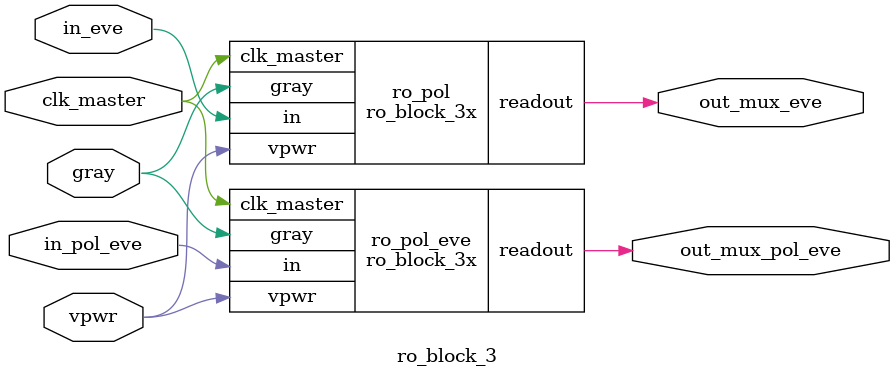
<source format=v>
`include "./../feedback/tbuf.v"
`include "./../feedback/gray_count.v"
`include "./../feedback/asyn_rst_dff.v"
`include "./../feedback/asyn_rst_dff_n.v"
`include "./../feedback/mux_2_1.v"
`include "./../feedback/buffer.v"
`timescale 1ns/1fs


module edge_ff_n(
input d,rstb,clk,
output wire out);
wire [1:0]q;
wire buff_out;
//wire rstb_inv; //rstb_inv used after passing the reset signal(clk_ext) through an inverter.
//assign rstb_inv=~rstb;
buffer bf(.in(clk),.out(buff_out));
asyn_rst_dff dff(.clk(buff_out),.d(d),.rstb(rstb),.q(q[1]));
asyn_rst_dff_n dff_n(.clk(buff_out),.d(d),.rstb(rstb),.q(q[0]));
mux_2_1 mux(.in_0(q[0]),.in_1(q[1]),.sel(clk),.out(out));
endmodule

//first_readout_block fastest data out
module ro_block_3x(
	input vpwr,
	input gray,clk_master,in, //pwr is the vdd input 
	output wire readout);	   //gray is the gray clk bits
	wire eff_out,eff_outb;			   
	assign eff_outb=~eff_out;

	edge_ff_n eff(
		.d(vpwr),		//readout is the output of the readout block.
		.rstb(clk_master), //clkdiv2 is the max frequency of the core.
		.clk(gray),
		.out(eff_out));

	tbuf tribuf(
		.in(in),
		.ctrlb(eff_outb),
		.out(readout));
endmodule

module ro_block_3(
	input vpwr,
	input gray,clk_master,
	input in_eve,in_pol_eve,
	output wire out_mux_eve,out_mux_pol_eve);
	
	ro_block_3x ro_pol(
		.vpwr(vpwr),
		.gray(gray),
		.clk_master(clk_master),
		.in(in_eve),
		.readout(out_mux_eve));

	ro_block_3x ro_pol_eve(
		.vpwr(vpwr),
		.gray(gray),
		.clk_master(clk_master),
		.in(in_pol_eve),
		.readout(out_mux_pol_eve));
endmodule





/*
//Testbench
//gc: Gray Counter
//c: Counter
//clk_ext_global: master clock
module tb_ro_block_3;						   //gc_clk is the gray counter clock
	reg vpwr,clk_master,clkdiv2,rstb,in_eve,in_pol_eve; //vpwr is the connection to d pin of eff
	wire [18:0]gc_clk;						   //clk_master is the global external clock 
	wire [1:0]read_out_iq;					   //clkdiv2 is the max core clock
	parameter PERIOD_MASTER=400;			   //read_out_iq[1]: out_mux_pol_eve
	real clk_master_half_pd=PERIOD_MASTER/2;   //read_out_iq[0]:out_mux_eve
	parameter n=3; // n is core's index.
	parameter PERIOD_CORE=400*(2**(n-1));
	real clk_core_half_pd=(PERIOD_CORE)/2;
	real comp_out_half_pd=PERIOD_CORE;//factor of 2 is multiplied here because the period of comput is double that of the core clock
	
	//module instantiation	
	gray_count gc_clock(
		.clk(clk_master), 
		.reset(rstb), 
		.gray_count(gc_clk[18:0]));

	ro_block_3 ro_block(
		.vpwr(vpwr),
		.gray(gc_clk[n-1]), //parameterize the testbench for all the readouts
		.clk_master(clk_master),
		.in_eve(in_eve),
		.in_pol_eve(in_pol_eve),
		.out_mux_eve(read_out_iq[0]),
		.out_mux_pol_eve(read_out_iq[1]));

	initial begin
	$dumpfile("ro_block_3.vcd");
	$dumpvars;
	end 

	//signal generation
	initial begin
		clk_master=0;
		forever
			#(clk_master_half_pd)clk_master = ~clk_master; //ext_clk generation freq=2.56 MHz
	end

	initial begin
		clkdiv2=0;
		//#(clk_master_half_pd) clkdiv2=1;
		forever
			#(clk_core_half_pd)clkdiv2 = ~clkdiv2; //ext_clk generation freq=2.56 MHz
	end

	//modelling in_eve(or in_pol_eve) using comp_out as it follows the same edges for its data release. 	
	always @(posedge rstb or negedge rstb or negedge clkdiv2) begin
		//in_eve=0;
			if(rstb&~clkdiv2) begin
				#2 in_eve<=1;
				#(comp_out_half_pd) in_eve=~in_eve;
				end
			else in_eve<=in_eve;
	end 

	//modelling in_eve(or in_pol_eve) using comp_out as it follows the same edges for its data release. 	
	always @(posedge rstb or negedge rstb or negedge clkdiv2) begin
		//in_pol_eve=0;
			if(rstb&~clkdiv2) begin
				#2 in_pol_eve<=1;
				#(comp_out_half_pd) in_pol_eve=~in_pol_eve;
				end
			else in_pol_eve<=in_pol_eve;
	end 


	initial begin
		rstb=0;
		vpwr=1;
		#5 rstb=1;
		repeat(700) @(posedge clkdiv2);
     	#100;
		$finish; 
	end
	endmodule
*/


</source>
